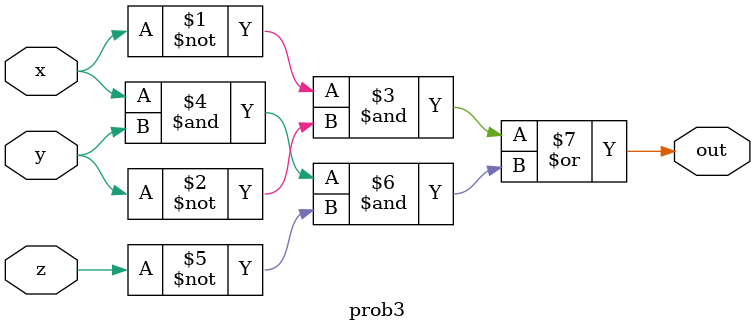
<source format=v>
module prob3 (input x, input y, input z, output out);

  assign out = (~x & ~y) | (x & y & ~z);

endmodule
</source>
